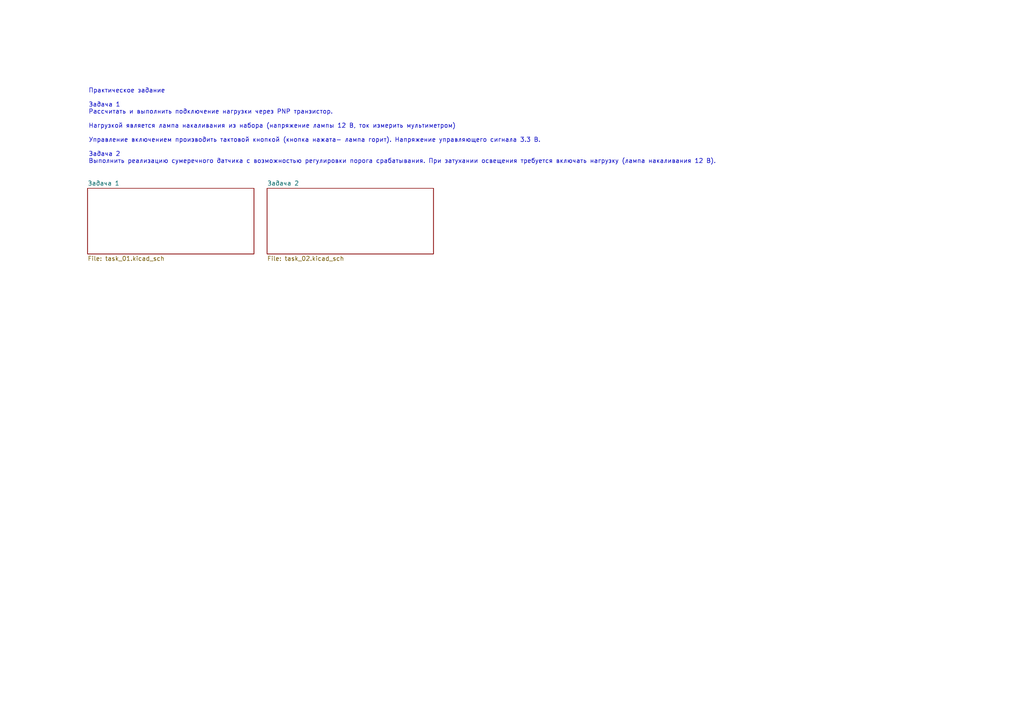
<source format=kicad_sch>
(kicad_sch
	(version 20231120)
	(generator "eeschema")
	(generator_version "8.0")
	(uuid "b82b4682-21bb-43c0-8a97-c0cb83f73104")
	(paper "A4")
	(lib_symbols)
	(text "Практическое задание\n\nЗадача 1\nРассчитать и выполнить подключение нагрузки через PNP транзистор.\n\nНагрузкой является лампа накаливания из набора (напряжение лампы 12 В, ток измерить мультиметром)\n\nУправление включением производить тактовой кнопкой (кнопка нажата- лампа горит). Напряжение управляющего сигнала 3.3 В.\n\nЗадача 2\nВыполнить реализацию сумеречного датчика с возможностью регулировки порога срабатывания. При затухании освещения требуется включать нагрузку (лампа накаливания 12 В). \n"
		(exclude_from_sim no)
		(at 25.654 25.654 0)
		(effects
			(font
				(size 1.27 1.27)
			)
			(justify left top)
		)
		(uuid "79032892-615b-4a5e-92f6-8294bf7c4d03")
	)
	(sheet
		(at 77.47 54.61)
		(size 48.26 19.05)
		(fields_autoplaced yes)
		(stroke
			(width 0.1524)
			(type solid)
		)
		(fill
			(color 0 0 0 0.0000)
		)
		(uuid "2638106f-00a2-4c49-9806-0a78e782955a")
		(property "Sheetname" "Задача 2"
			(at 77.47 53.8984 0)
			(effects
				(font
					(size 1.27 1.27)
				)
				(justify left bottom)
			)
		)
		(property "Sheetfile" "task_02.kicad_sch"
			(at 77.47 74.2446 0)
			(effects
				(font
					(size 1.27 1.27)
				)
				(justify left top)
			)
		)
		(instances
			(project "home_work"
				(path "/b82b4682-21bb-43c0-8a97-c0cb83f73104"
					(page "3")
				)
			)
		)
	)
	(sheet
		(at 25.4 54.61)
		(size 48.26 19.05)
		(fields_autoplaced yes)
		(stroke
			(width 0.1524)
			(type solid)
		)
		(fill
			(color 0 0 0 0.0000)
		)
		(uuid "3258681e-1744-485d-948f-7b43321b535c")
		(property "Sheetname" "Задача 1"
			(at 25.4 53.8984 0)
			(effects
				(font
					(size 1.27 1.27)
				)
				(justify left bottom)
			)
		)
		(property "Sheetfile" "task_01.kicad_sch"
			(at 25.4 74.2446 0)
			(effects
				(font
					(size 1.27 1.27)
				)
				(justify left top)
			)
		)
		(instances
			(project "home_work"
				(path "/b82b4682-21bb-43c0-8a97-c0cb83f73104"
					(page "2")
				)
			)
		)
	)
	(sheet_instances
		(path "/"
			(page "1")
		)
	)
)

</source>
